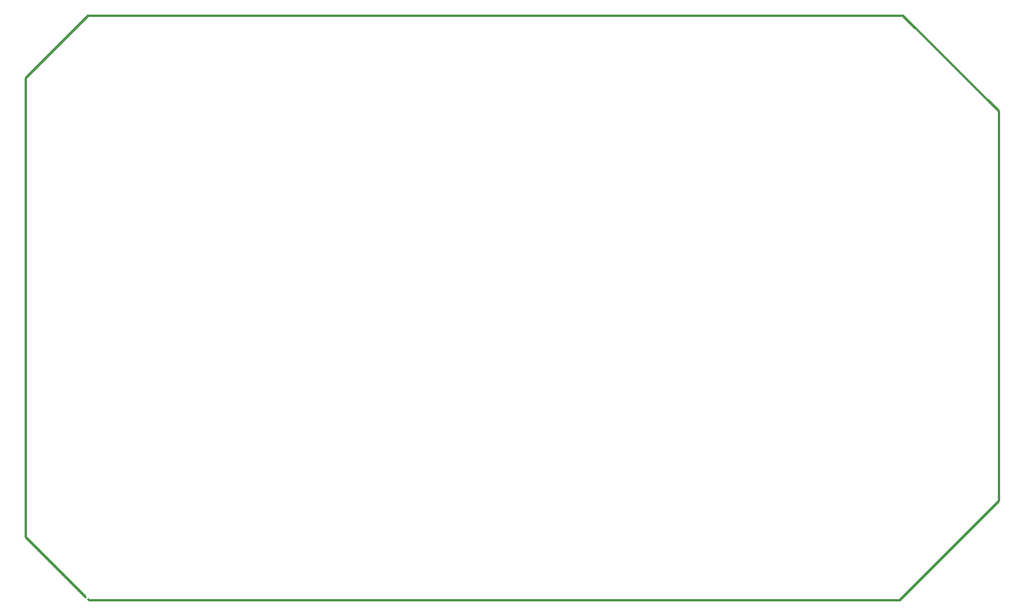
<source format=gm1>
G04 Layer_Color=16711935*
%FSLAX42Y42*%
%MOMM*%
G71*
G01*
G75*
%ADD11C,0.25*%
D11*
X2578Y2553D02*
X11493D01*
X12586Y3645D01*
Y7938D01*
X2565Y8992D02*
X11532D01*
X12586Y7938D01*
X1880Y3251D02*
Y8306D01*
Y3251D02*
X2540Y2591D01*
X2565Y2565D02*
X2578Y2553D01*
X1880Y8306D02*
X2565Y8992D01*
M02*

</source>
